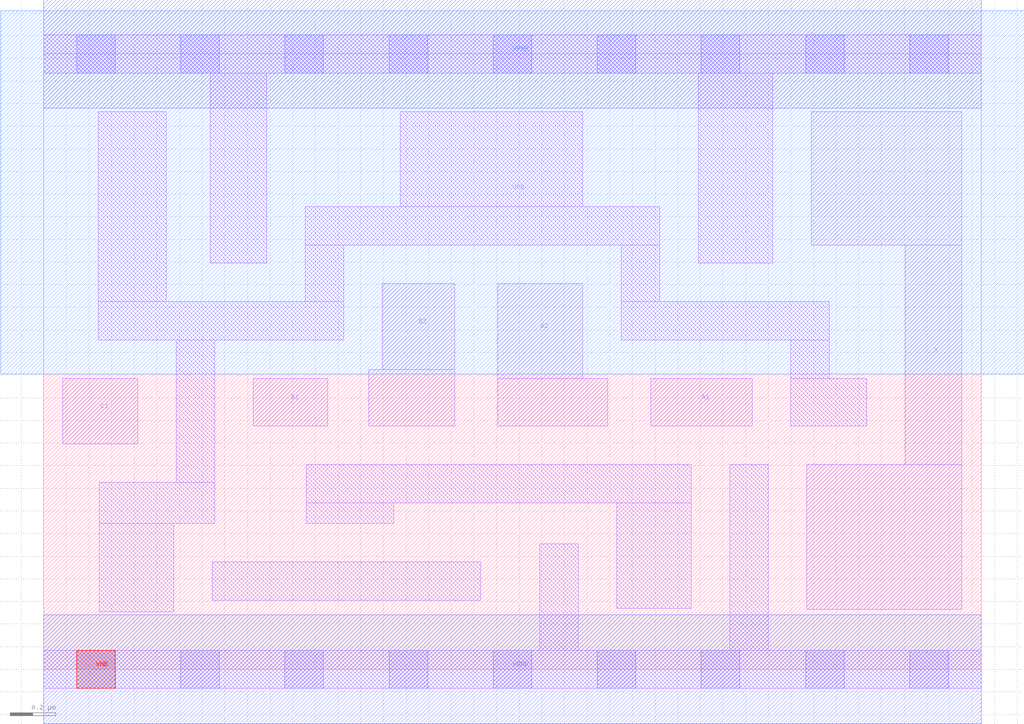
<source format=lef>
# Copyright 2020 The SkyWater PDK Authors
#
# Licensed under the Apache License, Version 2.0 (the "License");
# you may not use this file except in compliance with the License.
# You may obtain a copy of the License at
#
#     https://www.apache.org/licenses/LICENSE-2.0
#
# Unless required by applicable law or agreed to in writing, software
# distributed under the License is distributed on an "AS IS" BASIS,
# WITHOUT WARRANTIES OR CONDITIONS OF ANY KIND, either express or implied.
# See the License for the specific language governing permissions and
# limitations under the License.
#
# SPDX-License-Identifier: Apache-2.0

VERSION 5.7 ;
  NOWIREEXTENSIONATPIN ON ;
  DIVIDERCHAR "/" ;
  BUSBITCHARS "[]" ;
MACRO sky130_fd_sc_hd__o221a_1
  CLASS CORE ;
  FOREIGN sky130_fd_sc_hd__o221a_1 ;
  ORIGIN  0.000000  0.000000 ;
  SIZE  4.140000 BY  2.720000 ;
  SYMMETRY X Y R90 ;
  SITE unithd ;
  PIN A1
    ANTENNAGATEAREA  0.247500 ;
    DIRECTION INPUT ;
    USE SIGNAL ;
    PORT
      LAYER li1 ;
        RECT 2.680000 1.075000 3.130000 1.285000 ;
    END
  END A1
  PIN A2
    ANTENNAGATEAREA  0.247500 ;
    DIRECTION INPUT ;
    USE SIGNAL ;
    PORT
      LAYER li1 ;
        RECT 2.005000 1.075000 2.490000 1.285000 ;
        RECT 2.005000 1.285000 2.380000 1.705000 ;
    END
  END A2
  PIN B1
    ANTENNAGATEAREA  0.247500 ;
    DIRECTION INPUT ;
    USE SIGNAL ;
    PORT
      LAYER li1 ;
        RECT 0.925000 1.075000 1.255000 1.285000 ;
    END
  END B1
  PIN B2
    ANTENNAGATEAREA  0.247500 ;
    DIRECTION INPUT ;
    USE SIGNAL ;
    PORT
      LAYER li1 ;
        RECT 1.435000 1.075000 1.815000 1.325000 ;
        RECT 1.495000 1.325000 1.815000 1.705000 ;
    END
  END B2
  PIN C1
    ANTENNAGATEAREA  0.247500 ;
    DIRECTION INPUT ;
    USE SIGNAL ;
    PORT
      LAYER li1 ;
        RECT 0.085000 0.995000 0.415000 1.285000 ;
    END
  END C1
  PIN VNB
    PORT
      LAYER pwell ;
        RECT 0.145000 -0.085000 0.315000 0.085000 ;
    END
  END VNB
  PIN VPB
    PORT
      LAYER nwell ;
        RECT -0.190000 1.305000 4.330000 2.910000 ;
    END
  END VPB
  PIN X
    ANTENNADIFFAREA  0.462000 ;
    DIRECTION OUTPUT ;
    USE SIGNAL ;
    PORT
      LAYER li1 ;
        RECT 3.370000 0.265000 4.055000 0.905000 ;
        RECT 3.390000 1.875000 4.055000 2.465000 ;
        RECT 3.805000 0.905000 4.055000 1.875000 ;
    END
  END X
  PIN VGND
    DIRECTION INOUT ;
    SHAPE ABUTMENT ;
    USE GROUND ;
    PORT
      LAYER met1 ;
        RECT 0.000000 -0.240000 4.140000 0.240000 ;
    END
  END VGND
  PIN VPWR
    DIRECTION INOUT ;
    SHAPE ABUTMENT ;
    USE POWER ;
    PORT
      LAYER met1 ;
        RECT 0.000000 2.480000 4.140000 2.960000 ;
    END
  END VPWR
  OBS
    LAYER li1 ;
      RECT 0.000000 -0.085000 4.140000 0.085000 ;
      RECT 0.000000  2.635000 4.140000 2.805000 ;
      RECT 0.240000  1.455000 1.325000 1.625000 ;
      RECT 0.240000  1.625000 0.540000 2.465000 ;
      RECT 0.245000  0.255000 0.575000 0.645000 ;
      RECT 0.245000  0.645000 0.755000 0.825000 ;
      RECT 0.585000  0.825000 0.755000 1.455000 ;
      RECT 0.735000  1.795000 0.985000 2.635000 ;
      RECT 0.745000  0.305000 1.930000 0.475000 ;
      RECT 1.155000  1.625000 1.325000 1.875000 ;
      RECT 1.155000  1.875000 2.720000 2.045000 ;
      RECT 1.160000  0.645000 1.545000 0.735000 ;
      RECT 1.160000  0.735000 2.860000 0.905000 ;
      RECT 1.575000  2.045000 2.380000 2.465000 ;
      RECT 2.190000  0.085000 2.360000 0.555000 ;
      RECT 2.530000  0.270000 2.860000 0.735000 ;
      RECT 2.550000  1.455000 3.470000 1.625000 ;
      RECT 2.550000  1.625000 2.720000 1.875000 ;
      RECT 2.890000  1.795000 3.220000 2.635000 ;
      RECT 3.030000  0.085000 3.200000 0.905000 ;
      RECT 3.300000  1.075000 3.635000 1.285000 ;
      RECT 3.300000  1.285000 3.470000 1.455000 ;
    LAYER mcon ;
      RECT 0.145000 -0.085000 0.315000 0.085000 ;
      RECT 0.145000  2.635000 0.315000 2.805000 ;
      RECT 0.605000 -0.085000 0.775000 0.085000 ;
      RECT 0.605000  2.635000 0.775000 2.805000 ;
      RECT 1.065000 -0.085000 1.235000 0.085000 ;
      RECT 1.065000  2.635000 1.235000 2.805000 ;
      RECT 1.525000 -0.085000 1.695000 0.085000 ;
      RECT 1.525000  2.635000 1.695000 2.805000 ;
      RECT 1.985000 -0.085000 2.155000 0.085000 ;
      RECT 1.985000  2.635000 2.155000 2.805000 ;
      RECT 2.445000 -0.085000 2.615000 0.085000 ;
      RECT 2.445000  2.635000 2.615000 2.805000 ;
      RECT 2.905000 -0.085000 3.075000 0.085000 ;
      RECT 2.905000  2.635000 3.075000 2.805000 ;
      RECT 3.365000 -0.085000 3.535000 0.085000 ;
      RECT 3.365000  2.635000 3.535000 2.805000 ;
      RECT 3.825000 -0.085000 3.995000 0.085000 ;
      RECT 3.825000  2.635000 3.995000 2.805000 ;
  END
END sky130_fd_sc_hd__o221a_1
END LIBRARY

</source>
